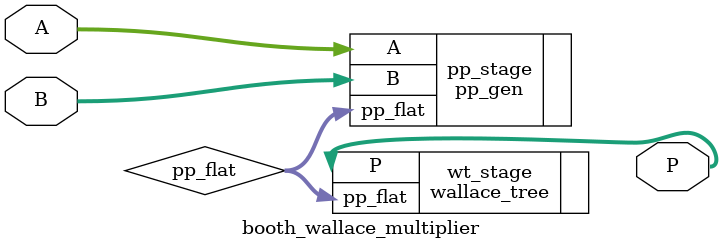
<source format=v>
module booth_wallace_multiplier (
    input  wire signed [31:0] A,
    input  wire signed [31:0] B,
    output wire signed [63:0] P
);

    wire signed [16*64-1:0] pp_flat;
    pp_gen pp_stage (
        .A(A),
        .B(B),
        .pp_flat(pp_flat)
    );

    wallace_tree wt_stage (
        .pp_flat(pp_flat),
        .P(P)
    );

endmodule

</source>
